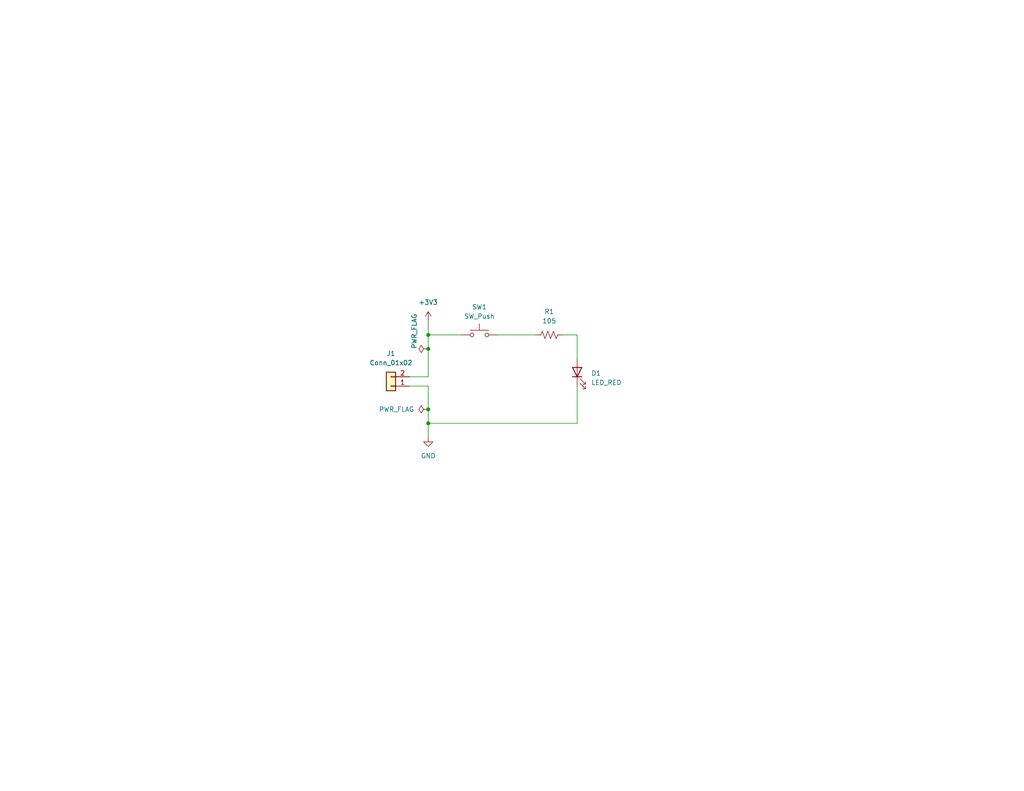
<source format=kicad_sch>
(kicad_sch (version 20230121) (generator eeschema)
  (paper "USLetter")
  (title_block (title "LED Onboarding Project") (date "2022-08-16") (rev "0.0") (company "Illini Solar Car") (comment 1 "Designed By: Martin Xu"))
  (lib_symbols
    (symbol "Connector_Generic:Conn_01x02" (pin_names (offset 1.016) hide)
      (property "Reference" "J" (at 0 2.54 0))
      (property "Value" "Conn_01x02" (at 0 -5.08 0))
      (symbol "Conn_01x02_1_1"
        (rectangle (start -1.27 -2.413) (end 0 -2.667) (stroke (width 0.1524)))
        (rectangle (start -1.27 0.127) (end 0 -0.127) (stroke (width 0.1524)))
        (rectangle (start -1.27 1.27) (end 1.27 -3.81) (stroke (width 0.254)) (fill (type background)))
        (pin passive line (at -5.08 0 0) (length 3.81) (name "Pin_1") (number "1"))
        (pin passive line (at -5.08 -2.54 0) (length 3.81) (name "Pin_2") (number "2"))
      )
    )
    (symbol "Device:R_US" (pin_numbers hide) (pin_names (offset 0))
      (property "Reference" "R" (at 2.54 0 90))
      (property "Value" "R_US" (at -2.54 0 90))
      (symbol "R_US_0_1"
        (polyline (pts (xy 0 -2.286) (xy 0 -2.54)))
        (polyline (pts (xy 0 2.286) (xy 0 2.54)))
        (polyline (pts (xy 0 -0.762) (xy 1.016 -1.143) (xy 0 -1.524) (xy -1.016 -1.905) (xy 0 -2.286)))
        (polyline (pts (xy 0 0.762) (xy 1.016 0.381) (xy 0 0) (xy -1.016 -0.381) (xy 0 -0.762)))
        (polyline (pts (xy 0 2.286) (xy 1.016 1.905) (xy 0 1.524) (xy -1.016 1.143) (xy 0 0.762)))
      )
      (symbol "R_US_1_1"
        (pin passive line (at 0 3.81 270) (length 1.27) (name "~") (number "1"))
        (pin passive line (at 0 -3.81 90) (length 1.27) (name "~") (number "2"))
      )
    )
    (symbol "Switch:SW_Push" (pin_numbers hide) (pin_names (offset 1.016) hide)
      (property "Reference" "SW" (at 1.27 2.54 0))
      (property "Value" "SW_Push" (at 0 -1.524 0))
      (symbol "SW_Push_0_1"
        (circle (center -2.032 0) (radius 0.508))
        (polyline (pts (xy 0 1.27) (xy 0 3.048)))
        (polyline (pts (xy 2.54 1.27) (xy -2.54 1.27)))
        (circle (center 2.032 0) (radius 0.508))
        (pin passive line (at -5.08 0 0) (length 2.54) (name "1") (number "1"))
        (pin passive line (at 5.08 0 180) (length 2.54) (name "2") (number "2"))
      )
    )
    (symbol "device:LED" (pin_numbers hide) (pin_names (offset 1.016) hide)
      (property "Reference" "D" (at 0 2.54 0))
      (property "Value" "LED" (at 0 -2.54 0))
      (symbol "LED_0_1"
        (polyline (pts (xy -1.27 -1.27) (xy -1.27 1.27)) (stroke (width 0.254)))
        (polyline (pts (xy -1.27 0) (xy 1.27 0)))
        (polyline (pts (xy 1.27 -1.27) (xy 1.27 1.27) (xy -1.27 0) (xy 1.27 -1.27)) (stroke (width 0.254)))
        (polyline (pts (xy -3.048 -0.762) (xy -4.572 -2.286) (xy -3.81 -2.286) (xy -4.572 -2.286) (xy -4.572 -1.524)))
        (polyline (pts (xy -1.778 -0.762) (xy -3.302 -2.286) (xy -2.54 -2.286) (xy -3.302 -2.286) (xy -3.302 -1.524)))
      )
      (symbol "LED_1_1"
        (pin passive line (at -3.81 0 0) (length 2.54) (name "K") (number "1"))
        (pin passive line (at 3.81 0 180) (length 2.54) (name "A") (number "2"))
      )
    )
    (symbol "power:+3V3" (power) (pin_names (offset 0))
      (property "Value" "+3V3" (at 0 3.556 0))
      (symbol "+3V3_0_1"
        (polyline (pts (xy -0.762 1.27) (xy 0 2.54)))
        (polyline (pts (xy 0 0) (xy 0 2.54)))
        (polyline (pts (xy 0 2.54) (xy 0.762 1.27)))
      )
      (symbol "+3V3_1_1"
        (pin power_in line (at 0 0 90) (length 0) hide (name "+3V3") (number "1"))
      )
    )
    (symbol "power:GND" (power) (pin_names (offset 0))
      (property "Value" "GND" (at 0 -3.81 0))
      (symbol "GND_0_1"
        (polyline (pts (xy 0 0) (xy 0 -1.27) (xy 1.27 -1.27) (xy 0 -2.54) (xy -1.27 -1.27) (xy 0 -1.27)))
      )
      (symbol "GND_1_1"
        (pin power_in line (at 0 0 270) (length 0) hide (name "GND") (number "1"))
      )
    )
    (symbol "power:PWR_FLAG" (power) (pin_numbers hide) (pin_names (offset 0) hide)
      (property "Value" "PWR_FLAG" (at 0 3.81 0))
      (symbol "PWR_FLAG_0_0"
        (pin power_out line (at 0 0 90) (length 0) (name "pwr") (number "1"))
      )
      (symbol "PWR_FLAG_0_1"
        (polyline (pts (xy 0 0) (xy 0 1.27) (xy -1.016 1.905) (xy 0 2.54) (xy 1.016 1.905) (xy 0 1.27)))
      )
    )
  )
  (junction (at 116.84 115.57))
  (junction (at 116.84 111.76))
  (junction (at 116.84 91.44))
  (junction (at 116.84 95.25))
  (wire (pts (xy 116.84 91.44) (xy 125.73 91.44)))
  (wire (pts (xy 157.48 105.41) (xy 157.48 115.57)))
  (wire (pts (xy 116.84 115.57) (xy 116.84 119.38)))
  (wire (pts (xy 135.89 91.44) (xy 146.05 91.44)))
  (wire (pts (xy 111.76 105.41) (xy 116.84 105.41)))
  (wire (pts (xy 153.67 91.44) (xy 157.48 91.44)))
  (wire (pts (xy 157.48 97.79) (xy 157.48 91.44)))
  (wire (pts (xy 116.84 87.63) (xy 116.84 91.44)))
  (wire (pts (xy 116.84 115.57) (xy 157.48 115.57)))
  (wire (pts (xy 116.84 95.25) (xy 116.84 102.87)))
  (wire (pts (xy 116.84 105.41) (xy 116.84 111.76)))
  (wire (pts (xy 111.76 102.87) (xy 116.84 102.87)))
  (wire (pts (xy 116.84 91.44) (xy 116.84 95.25)))
  (wire (pts (xy 116.84 111.76) (xy 116.84 115.57)))
  (symbol (lib_id "Device:R_US") (at 149.86 91.44 90) (unit 1)
    (property "Reference" "R1" (at 149.86 85.09 90))
    (property "Value" "105" (at 149.86 87.63 90))
    (property "Footprint" "Resistor_SMD:R_0603_1608Metric_Pad0.98x0.95mm_HandSolder" (effects hide))
  )
  (symbol (lib_id "power:PWR_FLAG") (at 116.84 95.25 90) (unit 1)
    (property "Reference" "#FLG01" (effects hide))
    (property "Value" "PWR_FLAG" (at 113.03 95.25 0) (effects (justify left)))
  )
  (symbol (lib_id "power:PWR_FLAG") (at 116.84 111.76 90) (unit 1)
    (property "Reference" "#FLG02" (effects hide))
    (property "Value" "PWR_FLAG" (at 113.03 111.76 90) (effects (justify left)))
  )
  (symbol (lib_id "power:+3V3") (at 116.84 87.63 0) (unit 1)
    (property "Reference" "#PWR01" (effects hide))
    (property "Value" "+3V3" (at 116.84 82.55 0))
  )
  (symbol (lib_id "Switch:SW_Push") (at 130.81 91.44 0) (unit 1)
    (property "Reference" "SW1" (at 130.81 83.82 0))
    (property "Value" "SW_Push" (at 130.81 86.36 0))
    (property "Footprint" "Button_Switch_SMD:SW_DIP_SPSTx01_Slide_6.7x4.1mm_W8.61mm_P2.54mm_LowProfile" (effects hide))
    (property "Datasheet" "https://www.te.com/usa-en/product-1825910-6.datasheet.pdf" (effects hide))
    (property "MPN" "1825910-6" (effects hide))
  )
  (symbol (lib_id "device:LED") (at 157.48 101.6 90) (unit 1)
    (property "Reference" "D1" (at 161.29 101.9175 90) (effects (justify right)))
    (property "Value" "LED_RED" (at 161.29 104.4575 90) (effects (justify right)))
    (property "Footprint" "layout:LED_0603_Symbol_on_F.SilkS" (effects hide))
  )
  (symbol (lib_id "power:GND") (at 116.84 119.38 0) (unit 1)
    (property "Reference" "#PWR02" (effects hide))
    (property "Value" "GND" (at 116.84 124.46 0))
  )
  (symbol (lib_id "Connector_Generic:Conn_01x02") (at 106.68 105.41 180) (unit 1)
    (property "Reference" "J1" (at 106.68 96.52 0))
    (property "Value" "Conn_01x02" (at 106.68 99.06 0))
    (property "Footprint" "Connector_Molex:Molex_KK-254_AE-6410-02A_1x02_P2.54mm_Vertical" (effects hide))
    (property "Datasheet" "https://tools.molex.com/pdm_docs/sd/022272021_sd.pdf" (effects hide))
    (property "MPN" "022272021" (effects hide))
  )
)
</source>
